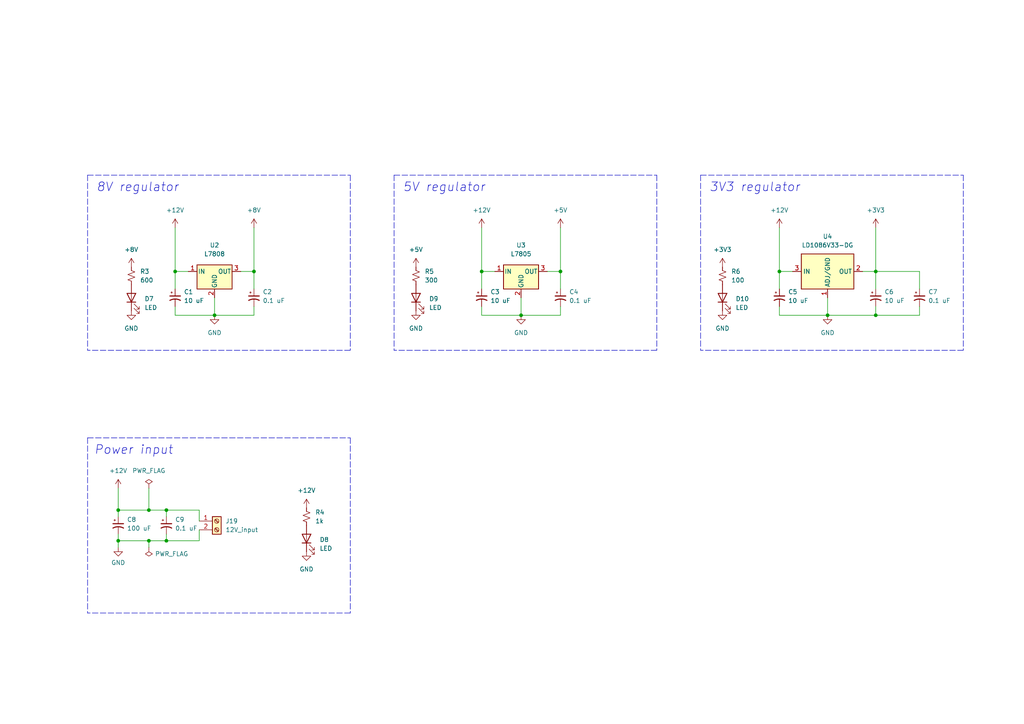
<source format=kicad_sch>
(kicad_sch (version 20211123) (generator eeschema)
  (paper "A4")
  (lib_symbols
    (symbol "Connector:Screw_Terminal_01x02" (pin_names (offset 1.016) hide)
      (property "Reference" "J" (at 0 2.54 0))
      (property "Value" "Screw_Terminal_01x02" (at 0 -5.08 0))
      (symbol "Screw_Terminal_01x02_1_1"
        (rectangle (start -1.27 1.27) (end 1.27 -3.81) (stroke (width 0.254)) (fill (type background)))
        (circle (center 0 -2.54) (radius 0.635) (stroke (width 0.1524)))
        (polyline (pts (xy -0.5334 -2.2098) (xy 0.3302 -3.048)) (stroke (width 0.1524)))
        (polyline (pts (xy -0.5334 0.3302) (xy 0.3302 -0.508)) (stroke (width 0.1524)))
        (polyline (pts (xy -0.3556 -2.032) (xy 0.508 -2.8702)) (stroke (width 0.1524)))
        (polyline (pts (xy -0.3556 0.508) (xy 0.508 -0.3302)) (stroke (width 0.1524)))
        (circle (center 0 0) (radius 0.635) (stroke (width 0.1524)))
        (pin passive line (at -5.08 0 0) (length 3.81) (name "Pin_1") (number "1"))
        (pin passive line (at -5.08 -2.54 0) (length 3.81) (name "Pin_2") (number "2"))
      )
    )
    (symbol "Device:C_Polarized_Small_US" (pin_numbers hide) (pin_names (offset 0.254) hide)
      (property "Reference" "C" (at 0.254 1.778 0))
      (property "Value" "C_Polarized_Small_US" (at 0.254 -2.032 0))
      (symbol "C_Polarized_Small_US_0_1"
        (polyline (pts (xy -1.524 0.508) (xy 1.524 0.508)) (stroke (width 0.3048)))
        (polyline (pts (xy -1.27 1.524) (xy -0.762 1.524)))
        (polyline (pts (xy -1.016 1.27) (xy -1.016 1.778)))
        (arc (start 1.524 -0.762) (mid 0 -0.3734) (end -1.524 -0.762) (stroke (width 0.3048)))
      )
      (symbol "C_Polarized_Small_US_1_1"
        (pin passive line (at 0 2.54 270) (length 2.032) (name "~") (number "1"))
        (pin passive line (at 0 -2.54 90) (length 2.032) (name "~") (number "2"))
      )
    )
    (symbol "Device:LED" (pin_numbers hide) (pin_names (offset 1.016) hide)
      (property "Reference" "D" (at 0 2.54 0))
      (property "Value" "LED" (at 0 -2.54 0))
      (symbol "LED_0_1"
        (polyline (pts (xy -1.27 -1.27) (xy -1.27 1.27)) (stroke (width 0.254)))
        (polyline (pts (xy -1.27 0) (xy 1.27 0)))
        (polyline (pts (xy 1.27 -1.27) (xy 1.27 1.27) (xy -1.27 0) (xy 1.27 -1.27)) (stroke (width 0.254)))
        (polyline (pts (xy -3.048 -0.762) (xy -4.572 -2.286) (xy -3.81 -2.286) (xy -4.572 -2.286) (xy -4.572 -1.524)))
        (polyline (pts (xy -1.778 -0.762) (xy -3.302 -2.286) (xy -2.54 -2.286) (xy -3.302 -2.286) (xy -3.302 -1.524)))
      )
      (symbol "LED_1_1"
        (pin passive line (at -3.81 0 0) (length 2.54) (name "K") (number "1"))
        (pin passive line (at 3.81 0 180) (length 2.54) (name "A") (number "2"))
      )
    )
    (symbol "Device:R_Small_US" (pin_numbers hide) (pin_names (offset 0.254) hide)
      (property "Reference" "R" (at 0.762 0.508 0))
      (property "Value" "R_Small_US" (at 0.762 -1.016 0))
      (symbol "R_Small_US_1_1"
        (polyline (pts (xy 0 0) (xy 1.016 -0.381) (xy 0 -0.762) (xy -1.016 -1.143) (xy 0 -1.524)))
        (polyline (pts (xy 0 1.524) (xy 1.016 1.143) (xy 0 0.762) (xy -1.016 0.381) (xy 0 0)))
        (pin passive line (at 0 2.54 270) (length 1.016) (name "~") (number "1"))
        (pin passive line (at 0 -2.54 90) (length 1.016) (name "~") (number "2"))
      )
    )
    (symbol "Regulator_Linear:L7805" (pin_names (offset 0.254))
      (property "Reference" "U" (at -3.81 3.175 0))
      (property "Value" "L7805" (at 0 3.175 0))
      (symbol "L7805_0_1"
        (rectangle (start -5.08 1.905) (end 5.08 -5.08) (stroke (width 0.254)) (fill (type background)))
      )
      (symbol "L7805_1_1"
        (pin power_in line (at -7.62 0 0) (length 2.54) (name "IN") (number "1"))
        (pin power_in line (at 0 -7.62 90) (length 2.54) (name "GND") (number "2"))
        (pin power_out line (at 7.62 0 180) (length 2.54) (name "OUT") (number "3"))
      )
    )
    (symbol "Regulator_Linear:L7808" (pin_names (offset 0.254))
      (property "Reference" "U" (at -3.81 3.175 0))
      (property "Value" "L7808" (at 0 3.175 0))
      (symbol "L7808_0_1"
        (rectangle (start -5.08 1.905) (end 5.08 -5.08) (stroke (width 0.254)) (fill (type background)))
      )
      (symbol "L7808_1_1"
        (pin power_in line (at -7.62 0 0) (length 2.54) (name "IN") (number "1"))
        (pin power_in line (at 0 -7.62 90) (length 2.54) (name "GND") (number "2"))
        (pin power_out line (at 7.62 0 180) (length 2.54) (name "OUT") (number "3"))
      )
    )
    (symbol "Regulator_Linear:LD1086V33-DG"
      (property "Reference" "U" (at 0 10.16 0))
      (property "Value" "LD1086V33-DG" (at 0 7.62 0))
      (symbol "LD1086V33-DG_1_1"
        (rectangle (start -7.62 -5.08) (end 7.62 5.08) (stroke (width 0.254)) (fill (type background)))
        (pin input line (at 0 -7.62 90) (length 2.54) (name "ADJ/GND") (number "1"))
        (pin power_out line (at 10.16 0 180) (length 2.54) (name "OUT") (number "2"))
        (pin power_in line (at -10.16 0 0) (length 2.54) (name "IN") (number "3"))
      )
    )
    (symbol "power:+12V" (power) (pin_names (offset 0))
      (property "Value" "+12V" (at 0 3.556 0))
      (symbol "+12V_0_1"
        (polyline (pts (xy -0.762 1.27) (xy 0 2.54)))
        (polyline (pts (xy 0 0) (xy 0 2.54)))
        (polyline (pts (xy 0 2.54) (xy 0.762 1.27)))
      )
      (symbol "+12V_1_1"
        (pin power_in line (at 0 0 90) (length 0) hide (name "+12V") (number "1"))
      )
    )
    (symbol "power:+3V3" (power) (pin_names (offset 0))
      (property "Value" "+3V3" (at 0 3.556 0))
      (symbol "+3V3_0_1"
        (polyline (pts (xy -0.762 1.27) (xy 0 2.54)))
        (polyline (pts (xy 0 0) (xy 0 2.54)))
        (polyline (pts (xy 0 2.54) (xy 0.762 1.27)))
      )
      (symbol "+3V3_1_1"
        (pin power_in line (at 0 0 90) (length 0) hide (name "+3V3") (number "1"))
      )
    )
    (symbol "power:+5V" (power) (pin_names (offset 0))
      (property "Value" "+5V" (at 0 3.556 0))
      (symbol "+5V_0_1"
        (polyline (pts (xy -0.762 1.27) (xy 0 2.54)))
        (polyline (pts (xy 0 0) (xy 0 2.54)))
        (polyline (pts (xy 0 2.54) (xy 0.762 1.27)))
      )
      (symbol "+5V_1_1"
        (pin power_in line (at 0 0 90) (length 0) hide (name "+5V") (number "1"))
      )
    )
    (symbol "power:+8V" (power) (pin_names (offset 0))
      (property "Value" "+8V" (at 0 3.556 0))
      (symbol "+8V_0_1"
        (polyline (pts (xy -0.762 1.27) (xy 0 2.54)))
        (polyline (pts (xy 0 0) (xy 0 2.54)))
        (polyline (pts (xy 0 2.54) (xy 0.762 1.27)))
      )
      (symbol "+8V_1_1"
        (pin power_in line (at 0 0 90) (length 0) hide (name "+8V") (number "1"))
      )
    )
    (symbol "power:GND" (power) (pin_names (offset 0))
      (property "Value" "GND" (at 0 -3.81 0))
      (symbol "GND_0_1"
        (polyline (pts (xy 0 0) (xy 0 -1.27) (xy 1.27 -1.27) (xy 0 -2.54) (xy -1.27 -1.27) (xy 0 -1.27)))
      )
      (symbol "GND_1_1"
        (pin power_in line (at 0 0 270) (length 0) hide (name "GND") (number "1"))
      )
    )
    (symbol "power:PWR_FLAG" (power) (pin_numbers hide) (pin_names (offset 0) hide)
      (property "Value" "PWR_FLAG" (at 0 3.81 0))
      (symbol "PWR_FLAG_0_0"
        (pin power_out line (at 0 0 90) (length 0) (name "pwr") (number "1"))
      )
      (symbol "PWR_FLAG_0_1"
        (polyline (pts (xy 0 0) (xy 0 1.27) (xy -1.016 1.905) (xy 0 2.54) (xy 1.016 1.905) (xy 0 1.27)))
      )
    )
  )
  (junction (at 48.26 147.955))
  (junction (at 43.18 156.845))
  (junction (at 48.26 156.845))
  (junction (at 240.03 91.44))
  (junction (at 254 91.44))
  (junction (at 34.29 156.845))
  (junction (at 162.56 78.74))
  (junction (at 73.66 78.74))
  (junction (at 50.8 78.74))
  (junction (at 151.13 91.44))
  (junction (at 34.29 147.955))
  (junction (at 139.7 78.74))
  (junction (at 254 78.74))
  (junction (at 226.06 78.74))
  (junction (at 43.18 147.955))
  (junction (at 62.23 91.44))
  (polyline (pts (xy 279.4 50.8) (xy 279.4 101.6)))
  (wire (pts (xy 139.7 78.74) (xy 139.7 83.82)))
  (wire (pts (xy 226.06 88.9) (xy 226.06 91.44)))
  (wire (pts (xy 250.19 78.74) (xy 254 78.74)))
  (wire (pts (xy 151.13 91.44) (xy 139.7 91.44)))
  (wire (pts (xy 34.29 156.845) (xy 43.18 156.845)))
  (wire (pts (xy 62.23 91.44) (xy 50.8 91.44)))
  (wire (pts (xy 266.7 78.74) (xy 254 78.74)))
  (wire (pts (xy 73.66 78.74) (xy 73.66 83.82)))
  (polyline (pts (xy 101.6 127) (xy 101.6 177.8)))
  (wire (pts (xy 62.23 86.36) (xy 62.23 91.44)))
  (polyline (pts (xy 203.2 50.8) (xy 279.4 50.8)))
  (wire (pts (xy 34.29 147.955) (xy 34.29 149.86)))
  (wire (pts (xy 50.8 91.44) (xy 50.8 88.9)))
  (wire (pts (xy 34.29 147.955) (xy 43.18 147.955)))
  (polyline (pts (xy 25.4 127) (xy 101.6 127)))
  (polyline (pts (xy 114.3 50.8) (xy 114.3 101.6)))
  (wire (pts (xy 48.26 154.94) (xy 48.26 156.845)))
  (wire (pts (xy 266.7 91.44) (xy 254 91.44)))
  (wire (pts (xy 254 66.04) (xy 254 78.74)))
  (wire (pts (xy 50.8 78.74) (xy 54.61 78.74)))
  (wire (pts (xy 158.75 78.74) (xy 162.56 78.74)))
  (polyline (pts (xy 279.4 101.6) (xy 203.2 101.6)))
  (wire (pts (xy 254 88.9) (xy 254 91.44)))
  (wire (pts (xy 50.8 66.04) (xy 50.8 78.74)))
  (wire (pts (xy 162.56 91.44) (xy 162.56 88.9)))
  (wire (pts (xy 73.66 66.04) (xy 73.66 78.74)))
  (wire (pts (xy 162.56 78.74) (xy 162.56 83.82)))
  (polyline (pts (xy 101.6 101.6) (xy 25.4 101.6)))
  (wire (pts (xy 226.06 66.04) (xy 226.06 78.74)))
  (wire (pts (xy 48.26 147.955) (xy 48.26 149.86)))
  (wire (pts (xy 139.7 66.04) (xy 139.7 78.74)))
  (wire (pts (xy 162.56 66.04) (xy 162.56 78.74)))
  (polyline (pts (xy 25.4 50.8) (xy 101.6 50.8)))
  (wire (pts (xy 151.13 86.36) (xy 151.13 91.44)))
  (polyline (pts (xy 101.6 50.8) (xy 101.6 101.6)))
  (wire (pts (xy 62.23 91.44) (xy 73.66 91.44)))
  (polyline (pts (xy 190.5 50.8) (xy 190.5 101.6)))
  (polyline (pts (xy 190.5 101.6) (xy 114.3 101.6)))
  (wire (pts (xy 43.18 156.845) (xy 48.26 156.845)))
  (wire (pts (xy 34.29 156.845) (xy 34.29 158.75)))
  (wire (pts (xy 48.26 156.845) (xy 57.785 156.845)))
  (polyline (pts (xy 25.4 127) (xy 25.4 177.8)))
  (wire (pts (xy 139.7 91.44) (xy 139.7 88.9)))
  (wire (pts (xy 57.785 151.13) (xy 57.785 147.955)))
  (wire (pts (xy 34.29 154.94) (xy 34.29 156.845)))
  (wire (pts (xy 240.03 86.36) (xy 240.03 91.44)))
  (wire (pts (xy 266.7 88.9) (xy 266.7 91.44)))
  (wire (pts (xy 69.85 78.74) (xy 73.66 78.74)))
  (wire (pts (xy 73.66 91.44) (xy 73.66 88.9)))
  (wire (pts (xy 240.03 91.44) (xy 254 91.44)))
  (wire (pts (xy 266.7 83.82) (xy 266.7 78.74)))
  (wire (pts (xy 226.06 78.74) (xy 226.06 83.82)))
  (wire (pts (xy 48.26 147.955) (xy 57.785 147.955)))
  (wire (pts (xy 226.06 78.74) (xy 229.87 78.74)))
  (wire (pts (xy 151.13 91.44) (xy 162.56 91.44)))
  (polyline (pts (xy 101.6 177.8) (xy 25.4 177.8)))
  (wire (pts (xy 50.8 83.82) (xy 50.8 78.74)))
  (wire (pts (xy 226.06 91.44) (xy 240.03 91.44)))
  (wire (pts (xy 139.7 78.74) (xy 143.51 78.74)))
  (polyline (pts (xy 25.4 50.8) (xy 25.4 101.6)))
  (polyline (pts (xy 114.3 50.8) (xy 190.5 50.8)))
  (wire (pts (xy 254 78.74) (xy 254 83.82)))
  (wire (pts (xy 43.18 147.955) (xy 48.26 147.955)))
  (wire (pts (xy 57.785 153.67) (xy 57.785 156.845)))
  (wire (pts (xy 34.29 141.605) (xy 34.29 147.955)))
  (polyline (pts (xy 203.2 50.8) (xy 203.2 101.6)))
  (wire (pts (xy 43.18 156.845) (xy 43.18 158.75)))
  (wire (pts (xy 43.18 147.955) (xy 43.18 141.605)))
  (text "8V regulator" (at 27.94 55.88 0) (effects (font (size 2.54 2.54) italic) (justify left bottom)))
  (text "Power input" (at 27.305 132.08 0) (effects (font (size 2.54 2.54) italic) (justify left bottom)))
  (text "3V3 regulator" (at 205.74 55.88 0) (effects (font (size 2.54 2.54) italic) (justify left bottom)))
  (text "5V regulator" (at 116.84 55.88 0) (effects (font (size 2.54 2.54) italic) (justify left bottom)))
  (symbol (lib_id "power:+8V") (at 73.66 66.04 0) (unit 1)
    (property "Reference" "#PWR0134" (effects hide))
    (property "Value" "+8V" (at 73.66 60.96 0))
  )
  (symbol (lib_id "power:+12V") (at 50.8 66.04 0) (unit 1)
    (property "Reference" "#PWR0132" (effects hide))
    (property "Value" "+12V" (at 50.8 60.96 0))
  )
  (symbol (lib_id "power:+5V") (at 162.56 66.04 0) (unit 1)
    (property "Reference" "#PWR0136" (effects hide))
    (property "Value" "+5V" (at 162.56 60.96 0))
  )
  (symbol (lib_id "power:GND") (at 120.65 90.17 0) (unit 1)
    (property "Reference" "#PWR043" (effects hide))
    (property "Value" "GND" (at 120.65 95.25 0))
  )
  (symbol (lib_id "Regulator_Linear:LD1086V33-DG") (at 240.03 78.74 0) (unit 1)
    (property "Reference" "U4" (at 240.03 68.58 0))
    (property "Value" "LD1086V33-DG" (at 240.03 71.12 0))
    (property "Footprint" "Package_TO_SOT_THT:TO-220-3_Vertical" (effects hide))
    (property "Datasheet" "https://www.st.com/resource/en/datasheet/ld1086.pdf" (effects hide))
  )
  (symbol (lib_id "Connector:Screw_Terminal_01x02") (at 62.865 151.13 0) (unit 1)
    (property "Reference" "J19" (at 65.405 151.1299 0) (effects (justify left)))
    (property "Value" "12V_input" (at 65.405 153.6699 0) (effects (justify left)))
    (property "Footprint" "Wurth-691137710002:Wurth-691137710002" (effects hide))
  )
  (symbol (lib_id "Device:R_Small_US") (at 209.55 80.01 0) (unit 1)
    (property "Reference" "R6" (at 212.09 78.7399 0) (effects (justify left)))
    (property "Value" "100" (at 212.09 81.2799 0) (effects (justify left)))
    (property "Footprint" "Resistor_THT:R_Axial_DIN0204_L3.6mm_D1.6mm_P2.54mm_Vertical" (effects hide))
  )
  (symbol (lib_id "Device:C_Polarized_Small_US") (at 254 86.36 0) (unit 1)
    (property "Reference" "C6" (at 256.54 84.6581 0) (effects (justify left)))
    (property "Value" "10 uF" (at 256.54 87.1981 0) (effects (justify left)))
    (property "Footprint" "Capacitor_THT:CP_Radial_Tantal_D5.5mm_P2.50mm" (effects hide))
  )
  (symbol (lib_id "Device:LED") (at 209.55 86.36 90) (unit 1)
    (property "Reference" "D10" (at 213.36 86.6774 90) (effects (justify right)))
    (property "Value" "LED" (at 213.36 89.2174 90) (effects (justify right)))
    (property "Footprint" "LED_THT:LED_D3.0mm_Clear" (effects hide))
  )
  (symbol (lib_id "Regulator_Linear:L7805") (at 151.13 78.74 0) (unit 1)
    (property "Reference" "U3" (at 151.13 71.12 0))
    (property "Value" "L7805" (at 151.13 73.66 0))
    (property "Footprint" "Package_TO_SOT_THT:TO-220-3_Vertical" (effects hide))
    (property "Datasheet" "http://www.st.com/content/ccc/resource/technical/document/datasheet/41/4f/b3/b0/12/d4/47/88/CD00000444.pdf/files/CD00000444.pdf/jcr:content/translations/en.CD00000444.pdf" (effects hide))
  )
  (symbol (lib_id "power:+5V") (at 120.65 77.47 0) (unit 1)
    (property "Reference" "#PWR042" (effects hide))
    (property "Value" "+5V" (at 120.65 72.39 0))
  )
  (symbol (lib_id "power:GND") (at 151.13 91.44 0) (unit 1)
    (property "Reference" "#PWR0137" (effects hide))
    (property "Value" "GND" (at 151.13 96.52 0))
  )
  (symbol (lib_id "power:+12V") (at 139.7 66.04 0) (unit 1)
    (property "Reference" "#PWR0139" (effects hide))
    (property "Value" "+12V" (at 139.7 60.96 0))
  )
  (symbol (lib_id "power:GND") (at 62.23 91.44 0) (unit 1)
    (property "Reference" "#PWR0135" (effects hide))
    (property "Value" "GND" (at 62.23 96.52 0))
  )
  (symbol (lib_id "power:GND") (at 240.03 91.44 0) (unit 1)
    (property "Reference" "#PWR0140" (effects hide))
    (property "Value" "GND" (at 240.03 96.52 0))
  )
  (symbol (lib_id "power:PWR_FLAG") (at 43.18 141.605 0) (unit 1)
    (property "Reference" "#FLG0101" (effects hide))
    (property "Value" "PWR_FLAG" (at 43.18 136.525 0))
  )
  (symbol (lib_id "power:GND") (at 88.9 160.02 0) (unit 1)
    (property "Reference" "#PWR041" (effects hide))
    (property "Value" "GND" (at 88.9 165.1 0))
  )
  (symbol (lib_id "Device:C_Polarized_Small_US") (at 48.26 152.4 0) (unit 1)
    (property "Reference" "C9" (at 50.8 150.6981 0) (effects (justify left)))
    (property "Value" "0.1 uF" (at 50.8 153.2381 0) (effects (justify left)))
    (property "Footprint" "Capacitor_THT:CP_Radial_Tantal_D4.5mm_P5.00mm" (effects hide))
  )
  (symbol (lib_id "Device:LED") (at 38.1 86.36 90) (unit 1)
    (property "Reference" "D7" (at 41.91 86.6774 90) (effects (justify right)))
    (property "Value" "LED" (at 41.91 89.2174 90) (effects (justify right)))
    (property "Footprint" "LED_THT:LED_D3.0mm_Clear" (effects hide))
  )
  (symbol (lib_id "Device:LED") (at 120.65 86.36 90) (unit 1)
    (property "Reference" "D9" (at 124.46 86.6774 90) (effects (justify right)))
    (property "Value" "LED" (at 124.46 89.2174 90) (effects (justify right)))
    (property "Footprint" "LED_THT:LED_D3.0mm_Clear" (effects hide))
  )
  (symbol (lib_id "Device:R_Small_US") (at 88.9 149.86 0) (unit 1)
    (property "Reference" "R4" (at 91.44 148.5899 0) (effects (justify left)))
    (property "Value" "1k" (at 91.44 151.1299 0) (effects (justify left)))
    (property "Footprint" "Resistor_THT:R_Axial_DIN0204_L3.6mm_D1.6mm_P2.54mm_Vertical" (effects hide))
  )
  (symbol (lib_id "power:+12V") (at 34.29 141.605 0) (unit 1)
    (property "Reference" "#PWR0133" (effects hide))
    (property "Value" "+12V" (at 34.29 136.525 0))
  )
  (symbol (lib_id "power:+3V3") (at 209.55 77.47 0) (unit 1)
    (property "Reference" "#PWR044" (effects hide))
    (property "Value" "+3V3" (at 209.55 72.39 0))
  )
  (symbol (lib_id "Device:C_Polarized_Small_US") (at 162.56 86.36 0) (unit 1)
    (property "Reference" "C4" (at 165.1 84.6581 0) (effects (justify left)))
    (property "Value" "0.1 uF" (at 165.1 87.1981 0) (effects (justify left)))
    (property "Footprint" "Capacitor_THT:CP_Radial_Tantal_D4.5mm_P5.00mm" (effects hide))
  )
  (symbol (lib_id "power:+8V") (at 38.1 77.47 0) (unit 1)
    (property "Reference" "#PWR031" (effects hide))
    (property "Value" "+8V" (at 38.1 72.39 0))
  )
  (symbol (lib_id "Device:C_Polarized_Small_US") (at 226.06 86.36 0) (unit 1)
    (property "Reference" "C5" (at 228.6 84.6581 0) (effects (justify left)))
    (property "Value" "10 uF" (at 228.6 87.1981 0) (effects (justify left)))
    (property "Footprint" "Capacitor_THT:CP_Radial_Tantal_D5.5mm_P2.50mm" (effects hide))
  )
  (symbol (lib_id "power:GND") (at 209.55 90.17 0) (unit 1)
    (property "Reference" "#PWR045" (effects hide))
    (property "Value" "GND" (at 209.55 95.25 0))
  )
  (symbol (lib_id "power:GND") (at 38.1 90.17 0) (unit 1)
    (property "Reference" "#PWR039" (effects hide))
    (property "Value" "GND" (at 38.1 95.25 0))
  )
  (symbol (lib_id "power:+12V") (at 226.06 66.04 0) (unit 1)
    (property "Reference" "#PWR0138" (effects hide))
    (property "Value" "+12V" (at 226.06 60.96 0))
  )
  (symbol (lib_id "Device:C_Polarized_Small_US") (at 50.8 86.36 0) (unit 1)
    (property "Reference" "C1" (at 53.34 84.6581 0) (effects (justify left)))
    (property "Value" "10 uF" (at 53.34 87.1981 0) (effects (justify left)))
    (property "Footprint" "Capacitor_THT:CP_Radial_Tantal_D5.5mm_P2.50mm" (effects hide))
  )
  (symbol (lib_id "Device:C_Polarized_Small_US") (at 34.29 152.4 0) (unit 1)
    (property "Reference" "C8" (at 36.83 150.6981 0) (effects (justify left)))
    (property "Value" "100 uF" (at 36.83 153.2381 0) (effects (justify left)))
    (property "Footprint" "Capacitor_THT:CP_Radial_D6.3mm_P2.50mm" (effects hide))
  )
  (symbol (lib_id "Device:C_Polarized_Small_US") (at 73.66 86.36 0) (unit 1)
    (property "Reference" "C2" (at 76.2 84.6581 0) (effects (justify left)))
    (property "Value" "0.1 uF" (at 76.2 87.1981 0) (effects (justify left)))
    (property "Footprint" "Capacitor_THT:CP_Radial_Tantal_D4.5mm_P5.00mm" (effects hide))
  )
  (symbol (lib_id "Device:C_Polarized_Small_US") (at 266.7 86.36 0) (unit 1)
    (property "Reference" "C7" (at 269.24 84.6581 0) (effects (justify left)))
    (property "Value" "0.1 uF" (at 269.24 87.1981 0) (effects (justify left)))
    (property "Footprint" "Capacitor_THT:CP_Radial_Tantal_D4.5mm_P5.00mm" (effects hide))
  )
  (symbol (lib_id "Device:R_Small_US") (at 38.1 80.01 0) (unit 1)
    (property "Reference" "R3" (at 40.64 78.7399 0) (effects (justify left)))
    (property "Value" "600" (at 40.64 81.2799 0) (effects (justify left)))
    (property "Footprint" "Resistor_THT:R_Axial_DIN0204_L3.6mm_D1.6mm_P2.54mm_Vertical" (effects hide))
  )
  (symbol (lib_id "power:+12V") (at 88.9 147.32 0) (unit 1)
    (property "Reference" "#PWR040" (effects hide))
    (property "Value" "+12V" (at 88.9 142.24 0))
  )
  (symbol (lib_id "Device:R_Small_US") (at 120.65 80.01 0) (unit 1)
    (property "Reference" "R5" (at 123.19 78.7399 0) (effects (justify left)))
    (property "Value" "300" (at 123.19 81.2799 0) (effects (justify left)))
    (property "Footprint" "Resistor_THT:R_Axial_DIN0204_L3.6mm_D1.6mm_P2.54mm_Vertical" (effects hide))
  )
  (symbol (lib_id "power:+3V3") (at 254 66.04 0) (unit 1)
    (property "Reference" "#PWR0141" (effects hide))
    (property "Value" "+3V3" (at 254 60.96 0))
  )
  (symbol (lib_id "power:GND") (at 34.29 158.75 0) (unit 1)
    (property "Reference" "#PWR0131" (effects hide))
    (property "Value" "GND" (at 34.29 163.195 0))
  )
  (symbol (lib_id "Device:C_Polarized_Small_US") (at 139.7 86.36 0) (unit 1)
    (property "Reference" "C3" (at 142.24 84.6581 0) (effects (justify left)))
    (property "Value" "10 uF" (at 142.24 87.1981 0) (effects (justify left)))
    (property "Footprint" "Capacitor_THT:CP_Radial_Tantal_D5.5mm_P2.50mm" (effects hide))
  )
  (symbol (lib_id "Device:LED") (at 88.9 156.21 90) (unit 1)
    (property "Reference" "D8" (at 92.71 156.5274 90) (effects (justify right)))
    (property "Value" "LED" (at 92.71 159.0674 90) (effects (justify right)))
    (property "Footprint" "LED_THT:LED_D3.0mm_Clear" (effects hide))
  )
  (symbol (lib_id "Regulator_Linear:L7808") (at 62.23 78.74 0) (unit 1)
    (property "Reference" "U2" (at 62.23 71.12 0))
    (property "Value" "L7808" (at 62.23 73.66 0))
    (property "Footprint" "Package_TO_SOT_THT:TO-220-3_Vertical" (effects hide))
    (property "Datasheet" "http://www.st.com/content/ccc/resource/technical/document/datasheet/41/4f/b3/b0/12/d4/47/88/CD00000444.pdf/files/CD00000444.pdf/jcr:content/translations/en.CD00000444.pdf" (effects hide))
  )
  (symbol (lib_id "power:PWR_FLAG") (at 43.18 158.75 0) (mirror x) (unit 1)
    (property "Reference" "#FLG0102" (effects hide))
    (property "Value" "PWR_FLAG" (at 54.61 160.655 0) (effects (justify right)))
  )
)
</source>
